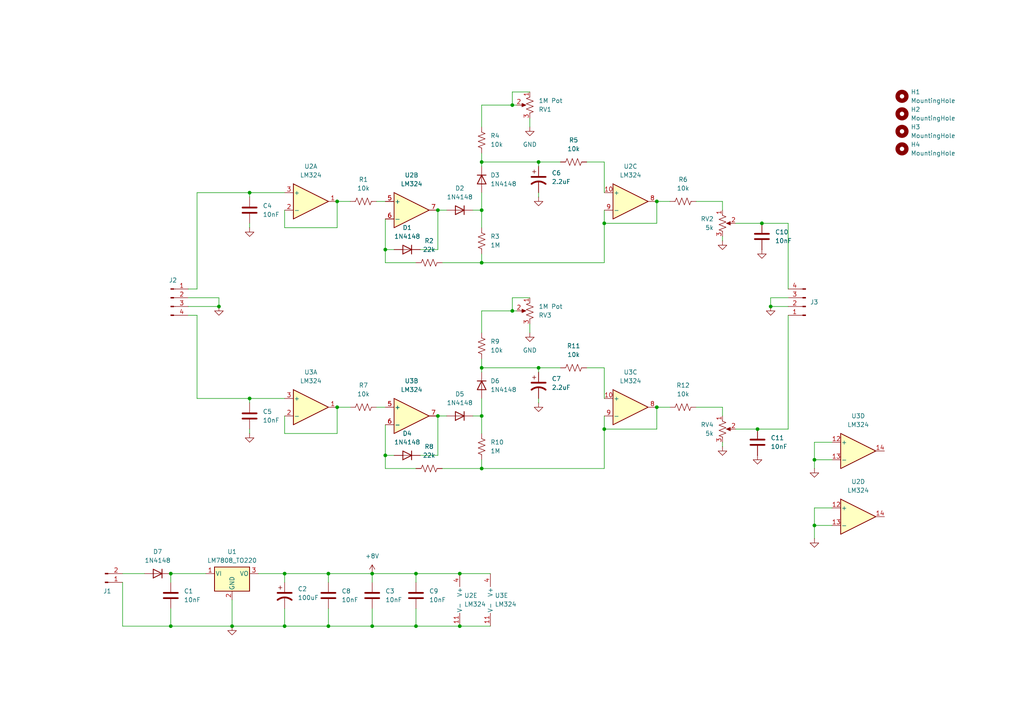
<source format=kicad_sch>
(kicad_sch (version 20250114) (generator "eeschema") (generator_version "9.0")
  (paper "A4")
  (lib_symbols
    (symbol "Amplifier_Operational:LM324" (pin_names (offset 0.127))
      (property "Reference" "U" (at 0 5.08 0))
      (property "Value" "LM324" (at 0 -5.08 0))
      (symbol "LM324_1_1"
        (polyline (pts (xy -5.08 5.08) (xy 5.08 0) (xy -5.08 -5.08) (xy -5.08 5.08)) (stroke (width 0.254)) (fill (type background)))
        (pin input line (at -7.62 2.54 0) (length 2.54) (name "+") (number "3"))
        (pin input line (at -7.62 -2.54 0) (length 2.54) (name "-") (number "2"))
        (pin output line (at 7.62 0 180) (length 2.54) (name "~") (number "1"))
      )
      (symbol "LM324_2_1"
        (polyline (pts (xy -5.08 5.08) (xy 5.08 0) (xy -5.08 -5.08) (xy -5.08 5.08)) (stroke (width 0.254)) (fill (type background)))
        (pin input line (at -7.62 2.54 0) (length 2.54) (name "+") (number "5"))
        (pin input line (at -7.62 -2.54 0) (length 2.54) (name "-") (number "6"))
        (pin output line (at 7.62 0 180) (length 2.54) (name "~") (number "7"))
      )
      (symbol "LM324_3_1"
        (polyline (pts (xy -5.08 5.08) (xy 5.08 0) (xy -5.08 -5.08) (xy -5.08 5.08)) (stroke (width 0.254)) (fill (type background)))
        (pin input line (at -7.62 2.54 0) (length 2.54) (name "+") (number "10"))
        (pin input line (at -7.62 -2.54 0) (length 2.54) (name "-") (number "9"))
        (pin output line (at 7.62 0 180) (length 2.54) (name "~") (number "8"))
      )
      (symbol "LM324_4_1"
        (polyline (pts (xy -5.08 5.08) (xy 5.08 0) (xy -5.08 -5.08) (xy -5.08 5.08)) (stroke (width 0.254)) (fill (type background)))
        (pin input line (at -7.62 2.54 0) (length 2.54) (name "+") (number "12"))
        (pin input line (at -7.62 -2.54 0) (length 2.54) (name "-") (number "13"))
        (pin output line (at 7.62 0 180) (length 2.54) (name "~") (number "14"))
      )
      (symbol "LM324_5_1"
        (pin power_in line (at -2.54 7.62 270) (length 3.81) (name "V+") (number "4"))
        (pin power_in line (at -2.54 -7.62 90) (length 3.81) (name "V-") (number "11"))
      )
    )
    (symbol "Connector:Conn_01x02_Pin" (pin_names (offset 1.016) (hide yes))
      (property "Reference" "J" (at 0 2.54 0))
      (property "Value" "Conn_01x02_Pin" (at 0 -5.08 0))
      (symbol "Conn_01x02_Pin_1_1"
        (rectangle (start 0.8636 0.127) (end 0 -0.127) (stroke (width 0.1524)) (fill (type outline)))
        (rectangle (start 0.8636 -2.413) (end 0 -2.667) (stroke (width 0.1524)) (fill (type outline)))
        (polyline (pts (xy 1.27 0) (xy 0.8636 0)) (stroke (width 0.1524)))
        (polyline (pts (xy 1.27 -2.54) (xy 0.8636 -2.54)) (stroke (width 0.1524)))
        (pin passive line (at 5.08 0 180) (length 3.81) (name "Pin_1") (number "1"))
        (pin passive line (at 5.08 -2.54 180) (length 3.81) (name "Pin_2") (number "2"))
      )
    )
    (symbol "Connector:Conn_01x04_Pin" (pin_names (offset 1.016) (hide yes))
      (property "Reference" "J" (at 0 5.08 0))
      (property "Value" "Conn_01x04_Pin" (at 0 -7.62 0))
      (symbol "Conn_01x04_Pin_1_1"
        (rectangle (start 0.8636 2.667) (end 0 2.413) (stroke (width 0.1524)) (fill (type outline)))
        (rectangle (start 0.8636 0.127) (end 0 -0.127) (stroke (width 0.1524)) (fill (type outline)))
        (rectangle (start 0.8636 -2.413) (end 0 -2.667) (stroke (width 0.1524)) (fill (type outline)))
        (rectangle (start 0.8636 -4.953) (end 0 -5.207) (stroke (width 0.1524)) (fill (type outline)))
        (polyline (pts (xy 1.27 2.54) (xy 0.8636 2.54)) (stroke (width 0.1524)))
        (polyline (pts (xy 1.27 0) (xy 0.8636 0)) (stroke (width 0.1524)))
        (polyline (pts (xy 1.27 -2.54) (xy 0.8636 -2.54)) (stroke (width 0.1524)))
        (polyline (pts (xy 1.27 -5.08) (xy 0.8636 -5.08)) (stroke (width 0.1524)))
        (pin passive line (at 5.08 2.54 180) (length 3.81) (name "Pin_1") (number "1"))
        (pin passive line (at 5.08 0 180) (length 3.81) (name "Pin_2") (number "2"))
        (pin passive line (at 5.08 -2.54 180) (length 3.81) (name "Pin_3") (number "3"))
        (pin passive line (at 5.08 -5.08 180) (length 3.81) (name "Pin_4") (number "4"))
      )
    )
    (symbol "Device:C" (pin_numbers (hide yes)) (pin_names (offset 0.254))
      (property "Reference" "C" (at 0.635 2.54 0))
      (property "Value" "C" (at 0.635 -2.54 0))
      (symbol "C_0_1"
        (polyline (pts (xy -2.032 0.762) (xy 2.032 0.762)) (stroke (width 0.508)))
        (polyline (pts (xy -2.032 -0.762) (xy 2.032 -0.762)) (stroke (width 0.508)))
      )
      (symbol "C_1_1"
        (pin passive line (at 0 3.81 270) (length 2.794) (name "~") (number "1"))
        (pin passive line (at 0 -3.81 90) (length 2.794) (name "~") (number "2"))
      )
    )
    (symbol "Device:C_Polarized_US" (pin_numbers (hide yes)) (pin_names (offset 0.254) (hide yes))
      (property "Reference" "C" (at 0.635 2.54 0))
      (property "Value" "C_Polarized_US" (at 0.635 -2.54 0))
      (symbol "C_Polarized_US_0_1"
        (polyline (pts (xy -2.032 0.762) (xy 2.032 0.762)) (stroke (width 0.508)))
        (polyline (pts (xy -1.778 2.286) (xy -0.762 2.286)))
        (polyline (pts (xy -1.27 1.778) (xy -1.27 2.794)))
        (arc (start -2.032 -1.27) (mid 0 -0.5572) (end 2.032 -1.27) (stroke (width 0.508)))
      )
      (symbol "C_Polarized_US_1_1"
        (pin passive line (at 0 3.81 270) (length 2.794) (name "~") (number "1"))
        (pin passive line (at 0 -3.81 90) (length 3.302) (name "~") (number "2"))
      )
    )
    (symbol "Device:R_Potentiometer_US" (pin_names (offset 1.016) (hide yes))
      (property "Reference" "RV" (at -4.445 0 90))
      (property "Value" "R_Potentiometer_US" (at -2.54 0 90))
      (symbol "R_Potentiometer_US_0_1"
        (polyline (pts (xy 0 2.54) (xy 0 2.286)))
        (polyline (pts (xy 0 2.286) (xy 1.016 1.905) (xy 0 1.524) (xy -1.016 1.143) (xy 0 0.762)))
        (polyline (pts (xy 0 0.762) (xy 1.016 0.381) (xy 0 0) (xy -1.016 -0.381) (xy 0 -0.762)))
        (polyline (pts (xy 0 -0.762) (xy 1.016 -1.143) (xy 0 -1.524) (xy -1.016 -1.905) (xy 0 -2.286)))
        (polyline (pts (xy 0 -2.286) (xy 0 -2.54)))
        (polyline (pts (xy 1.143 0) (xy 2.286 0.508) (xy 2.286 -0.508) (xy 1.143 0)) (fill (type outline)))
        (polyline (pts (xy 2.54 0) (xy 1.524 0)))
      )
      (symbol "R_Potentiometer_US_1_1"
        (pin passive line (at 0 3.81 270) (length 1.27) (name "1") (number "1"))
        (pin passive line (at 0 -3.81 90) (length 1.27) (name "3") (number "3"))
        (pin passive line (at 3.81 0 180) (length 1.27) (name "2") (number "2"))
      )
    )
    (symbol "Device:R_US" (pin_numbers (hide yes)) (pin_names (offset 0))
      (property "Reference" "R" (at 2.54 0 90))
      (property "Value" "R_US" (at -2.54 0 90))
      (symbol "R_US_0_1"
        (polyline (pts (xy 0 2.286) (xy 0 2.54)))
        (polyline (pts (xy 0 2.286) (xy 1.016 1.905) (xy 0 1.524) (xy -1.016 1.143) (xy 0 0.762)))
        (polyline (pts (xy 0 0.762) (xy 1.016 0.381) (xy 0 0) (xy -1.016 -0.381) (xy 0 -0.762)))
        (polyline (pts (xy 0 -0.762) (xy 1.016 -1.143) (xy 0 -1.524) (xy -1.016 -1.905) (xy 0 -2.286)))
        (polyline (pts (xy 0 -2.286) (xy 0 -2.54)))
      )
      (symbol "R_US_1_1"
        (pin passive line (at 0 3.81 270) (length 1.27) (name "~") (number "1"))
        (pin passive line (at 0 -3.81 90) (length 1.27) (name "~") (number "2"))
      )
    )
    (symbol "Diode:1N4148" (pin_numbers (hide yes)) (pin_names (hide yes))
      (property "Reference" "D" (at 0 2.54 0))
      (property "Value" "1N4148" (at 0 -2.54 0))
      (symbol "1N4148_0_1"
        (polyline (pts (xy -1.27 1.27) (xy -1.27 -1.27)) (stroke (width 0.254)))
        (polyline (pts (xy 1.27 1.27) (xy 1.27 -1.27) (xy -1.27 0) (xy 1.27 1.27)) (stroke (width 0.254)))
        (polyline (pts (xy 1.27 0) (xy -1.27 0)))
      )
      (symbol "1N4148_1_1"
        (pin passive line (at -3.81 0 0) (length 2.54) (name "K") (number "1"))
        (pin passive line (at 3.81 0 180) (length 2.54) (name "A") (number "2"))
      )
    )
    (symbol "Mechanical:MountingHole" (pin_names (offset 1.016)) (exclude_from_sim yes) (in_bom no)
      (property "Reference" "H" (at 0 5.08 0))
      (property "Value" "MountingHole" (at 0 3.175 0))
      (symbol "MountingHole_0_1"
        (circle (center 0 0) (radius 1.27) (stroke (width 1.27)))
      )
    )
    (symbol "Regulator_Linear:LM7808_TO220" (pin_names (offset 0.254))
      (property "Reference" "U" (at -3.81 3.175 0))
      (property "Value" "LM7808_TO220" (at 0 3.175 0))
      (symbol "LM7808_TO220_0_1"
        (rectangle (start -5.08 1.905) (end 5.08 -5.08) (stroke (width 0.254)) (fill (type background)))
      )
      (symbol "LM7808_TO220_1_1"
        (pin power_in line (at -7.62 0 0) (length 2.54) (name "VI") (number "1"))
        (pin power_in line (at 0 -7.62 90) (length 2.54) (name "GND") (number "2"))
        (pin power_out line (at 7.62 0 180) (length 2.54) (name "VO") (number "3"))
      )
    )
    (symbol "power:+8V" (power) (pin_numbers (hide yes)) (pin_names (offset 0) (hide yes))
      (property "Value" "+8V" (at 0 3.556 0))
      (symbol "+8V_0_1"
        (polyline (pts (xy -0.762 1.27) (xy 0 2.54)))
        (polyline (pts (xy 0 2.54) (xy 0.762 1.27)))
        (polyline (pts (xy 0 0) (xy 0 2.54)))
      )
      (symbol "+8V_1_1"
        (pin power_in line (at 0 0 90) (length 0) (name "~") (number "1"))
      )
    )
    (symbol "power:GND" (power) (pin_numbers (hide yes)) (pin_names (offset 0) (hide yes))
      (property "Value" "GND" (at 0 -3.81 0))
      (symbol "GND_0_1"
        (polyline (pts (xy 0 0) (xy 0 -1.27) (xy 1.27 -1.27) (xy 0 -2.54) (xy -1.27 -1.27) (xy 0 -1.27)))
      )
      (symbol "GND_1_1"
        (pin power_in line (at 0 0 270) (length 0) (name "~") (number "1"))
      )
    )
  )
  (junction (at 139.7 120.65))
  (junction (at 175.26 124.46))
  (junction (at 219.71 124.46))
  (junction (at 190.5 118.11))
  (junction (at 236.22 152.4))
  (junction (at 67.31 181.61))
  (junction (at 97.79 118.11))
  (junction (at 148.59 90.17))
  (junction (at 139.7 106.68))
  (junction (at 95.25 166.37))
  (junction (at 82.55 166.37))
  (junction (at 220.98 64.77))
  (junction (at 139.7 46.99))
  (junction (at 72.39 115.57))
  (junction (at 63.5 88.9))
  (junction (at 133.35 181.61))
  (junction (at 72.39 55.88))
  (junction (at 223.52 88.9))
  (junction (at 111.76 132.08))
  (junction (at 127 120.65))
  (junction (at 139.7 60.96))
  (junction (at 236.22 133.35))
  (junction (at 82.55 181.61))
  (junction (at 190.5 58.42))
  (junction (at 111.76 72.39))
  (junction (at 139.7 76.2))
  (junction (at 175.26 64.77))
  (junction (at 49.53 166.37))
  (junction (at 107.95 166.37))
  (junction (at 156.21 46.99))
  (junction (at 127 60.96))
  (junction (at 120.65 166.37))
  (junction (at 139.7 135.89))
  (junction (at 97.79 58.42))
  (junction (at 49.53 181.61))
  (junction (at 120.65 181.61))
  (junction (at 148.59 30.48))
  (junction (at 156.21 106.68))
  (junction (at 107.95 181.61))
  (junction (at 95.25 181.61))
  (junction (at 133.35 166.37))
  (wire (pts (xy 175.26 64.77) (xy 190.5 64.77)))
  (wire (pts (xy 120.65 166.37) (xy 120.65 168.91)))
  (wire (pts (xy 82.55 176.53) (xy 82.55 181.61)))
  (wire (pts (xy 67.31 181.61) (xy 67.31 173.99)))
  (wire (pts (xy 139.7 30.48) (xy 139.7 36.83)))
  (wire (pts (xy 57.15 55.88) (xy 57.15 83.82)))
  (wire (pts (xy 139.7 125.73) (xy 139.7 120.65)))
  (wire (pts (xy 133.35 166.37) (xy 142.24 166.37)))
  (wire (pts (xy 241.3 128.27) (xy 236.22 128.27)))
  (wire (pts (xy 72.39 66.04) (xy 72.39 64.77)))
  (wire (pts (xy 127 120.65) (xy 127 132.08)))
  (wire (pts (xy 111.76 123.19) (xy 111.76 132.08)))
  (wire (pts (xy 35.56 166.37) (xy 41.91 166.37)))
  (wire (pts (xy 95.25 166.37) (xy 107.95 166.37)))
  (wire (pts (xy 95.25 181.61) (xy 82.55 181.61)))
  (wire (pts (xy 111.76 72.39) (xy 111.76 76.2)))
  (wire (pts (xy 175.26 55.88) (xy 175.26 46.99)))
  (wire (pts (xy 175.26 124.46) (xy 175.26 120.65)))
  (wire (pts (xy 74.93 166.37) (xy 82.55 166.37)))
  (wire (pts (xy 149.86 90.17) (xy 148.59 90.17)))
  (wire (pts (xy 107.95 181.61) (xy 95.25 181.61)))
  (wire (pts (xy 95.25 166.37) (xy 95.25 168.91)))
  (wire (pts (xy 209.55 60.96) (xy 209.55 58.42)))
  (wire (pts (xy 213.36 64.77) (xy 220.98 64.77)))
  (wire (pts (xy 190.5 58.42) (xy 190.5 64.77)))
  (wire (pts (xy 72.39 125.73) (xy 72.39 124.46)))
  (wire (pts (xy 109.22 118.11) (xy 111.76 118.11)))
  (wire (pts (xy 148.59 30.48) (xy 149.86 30.48)))
  (wire (pts (xy 190.5 118.11) (xy 190.5 124.46)))
  (wire (pts (xy 127 60.96) (xy 127 72.39)))
  (wire (pts (xy 175.26 135.89) (xy 175.26 124.46)))
  (wire (pts (xy 139.7 135.89) (xy 175.26 135.89)))
  (wire (pts (xy 194.31 58.42) (xy 190.5 58.42)))
  (wire (pts (xy 139.7 55.88) (xy 139.7 60.96)))
  (wire (pts (xy 236.22 152.4) (xy 241.3 152.4)))
  (wire (pts (xy 57.15 115.57) (xy 72.39 115.57)))
  (wire (pts (xy 49.53 176.53) (xy 49.53 181.61)))
  (wire (pts (xy 82.55 125.73) (xy 82.55 120.65)))
  (wire (pts (xy 219.71 124.46) (xy 228.6 124.46)))
  (wire (pts (xy 241.3 147.32) (xy 236.22 147.32)))
  (wire (pts (xy 209.55 118.11) (xy 201.93 118.11)))
  (wire (pts (xy 220.98 64.77) (xy 228.6 64.77)))
  (wire (pts (xy 95.25 176.53) (xy 95.25 181.61)))
  (wire (pts (xy 236.22 133.35) (xy 236.22 135.89)))
  (wire (pts (xy 209.55 120.65) (xy 209.55 118.11)))
  (wire (pts (xy 139.7 106.68) (xy 139.7 107.95)))
  (wire (pts (xy 63.5 86.36) (xy 63.5 88.9)))
  (wire (pts (xy 175.26 64.77) (xy 175.26 60.96)))
  (wire (pts (xy 97.79 118.11) (xy 101.6 118.11)))
  (wire (pts (xy 35.56 181.61) (xy 49.53 181.61)))
  (wire (pts (xy 72.39 55.88) (xy 72.39 57.15)))
  (wire (pts (xy 97.79 125.73) (xy 82.55 125.73)))
  (wire (pts (xy 111.76 132.08) (xy 111.76 135.89)))
  (wire (pts (xy 111.76 63.5) (xy 111.76 72.39)))
  (wire (pts (xy 107.95 166.37) (xy 107.95 168.91)))
  (wire (pts (xy 35.56 168.91) (xy 35.56 181.61)))
  (wire (pts (xy 139.7 73.66) (xy 139.7 76.2)))
  (wire (pts (xy 148.59 86.36) (xy 148.59 90.17)))
  (wire (pts (xy 223.52 88.9) (xy 228.6 88.9)))
  (wire (pts (xy 223.52 86.36) (xy 223.52 88.9)))
  (wire (pts (xy 209.55 129.54) (xy 209.55 128.27)))
  (wire (pts (xy 49.53 166.37) (xy 59.69 166.37)))
  (wire (pts (xy 213.36 124.46) (xy 219.71 124.46)))
  (wire (pts (xy 156.21 46.99) (xy 156.21 48.26)))
  (wire (pts (xy 148.59 30.48) (xy 139.7 30.48)))
  (wire (pts (xy 139.7 60.96) (xy 137.16 60.96)))
  (wire (pts (xy 111.76 72.39) (xy 114.3 72.39)))
  (wire (pts (xy 57.15 91.44) (xy 57.15 115.57)))
  (wire (pts (xy 120.65 181.61) (xy 133.35 181.61)))
  (wire (pts (xy 175.26 106.68) (xy 170.18 106.68)))
  (wire (pts (xy 139.7 90.17) (xy 139.7 96.52)))
  (wire (pts (xy 139.7 44.45) (xy 139.7 46.99)))
  (wire (pts (xy 148.59 90.17) (xy 139.7 90.17)))
  (wire (pts (xy 236.22 152.4) (xy 236.22 156.21)))
  (wire (pts (xy 175.26 115.57) (xy 175.26 106.68)))
  (wire (pts (xy 82.55 66.04) (xy 82.55 60.96)))
  (wire (pts (xy 54.61 86.36) (xy 63.5 86.36)))
  (wire (pts (xy 228.6 91.44) (xy 228.6 124.46)))
  (wire (pts (xy 57.15 83.82) (xy 54.61 83.82)))
  (wire (pts (xy 111.76 135.89) (xy 120.65 135.89)))
  (wire (pts (xy 236.22 133.35) (xy 241.3 133.35)))
  (wire (pts (xy 127 132.08) (xy 121.92 132.08)))
  (wire (pts (xy 139.7 115.57) (xy 139.7 120.65)))
  (wire (pts (xy 133.35 181.61) (xy 142.24 181.61)))
  (wire (pts (xy 156.21 106.68) (xy 156.21 107.95)))
  (wire (pts (xy 97.79 66.04) (xy 82.55 66.04)))
  (wire (pts (xy 120.65 166.37) (xy 133.35 166.37)))
  (wire (pts (xy 139.7 76.2) (xy 175.26 76.2)))
  (wire (pts (xy 127 60.96) (xy 129.54 60.96)))
  (wire (pts (xy 148.59 26.67) (xy 148.59 30.48)))
  (wire (pts (xy 49.53 166.37) (xy 49.53 168.91)))
  (wire (pts (xy 139.7 104.14) (xy 139.7 106.68)))
  (wire (pts (xy 139.7 133.35) (xy 139.7 135.89)))
  (wire (pts (xy 72.39 115.57) (xy 72.39 116.84)))
  (wire (pts (xy 156.21 106.68) (xy 162.56 106.68)))
  (wire (pts (xy 194.31 118.11) (xy 190.5 118.11)))
  (wire (pts (xy 228.6 64.77) (xy 228.6 83.82)))
  (wire (pts (xy 111.76 132.08) (xy 114.3 132.08)))
  (wire (pts (xy 139.7 135.89) (xy 128.27 135.89)))
  (wire (pts (xy 109.22 58.42) (xy 111.76 58.42)))
  (wire (pts (xy 82.55 115.57) (xy 72.39 115.57)))
  (wire (pts (xy 107.95 181.61) (xy 120.65 181.61)))
  (wire (pts (xy 97.79 118.11) (xy 97.79 125.73)))
  (wire (pts (xy 54.61 91.44) (xy 57.15 91.44)))
  (wire (pts (xy 175.26 76.2) (xy 175.26 64.77)))
  (wire (pts (xy 82.55 55.88) (xy 72.39 55.88)))
  (wire (pts (xy 54.61 88.9) (xy 63.5 88.9)))
  (wire (pts (xy 209.55 69.85) (xy 209.55 68.58)))
  (wire (pts (xy 139.7 66.04) (xy 139.7 60.96)))
  (wire (pts (xy 127 72.39) (xy 121.92 72.39)))
  (wire (pts (xy 153.67 86.36) (xy 148.59 86.36)))
  (wire (pts (xy 139.7 76.2) (xy 128.27 76.2)))
  (wire (pts (xy 120.65 176.53) (xy 120.65 181.61)))
  (wire (pts (xy 153.67 34.29) (xy 153.67 36.83)))
  (wire (pts (xy 72.39 55.88) (xy 57.15 55.88)))
  (wire (pts (xy 49.53 181.61) (xy 67.31 181.61)))
  (wire (pts (xy 236.22 128.27) (xy 236.22 133.35)))
  (wire (pts (xy 175.26 124.46) (xy 190.5 124.46)))
  (wire (pts (xy 111.76 76.2) (xy 120.65 76.2)))
  (wire (pts (xy 82.55 166.37) (xy 95.25 166.37)))
  (wire (pts (xy 82.55 166.37) (xy 82.55 168.91)))
  (wire (pts (xy 175.26 46.99) (xy 170.18 46.99)))
  (wire (pts (xy 148.59 26.67) (xy 153.67 26.67)))
  (wire (pts (xy 209.55 58.42) (xy 201.93 58.42)))
  (wire (pts (xy 139.7 120.65) (xy 137.16 120.65)))
  (wire (pts (xy 127 120.65) (xy 129.54 120.65)))
  (wire (pts (xy 107.95 166.37) (xy 120.65 166.37)))
  (wire (pts (xy 139.7 106.68) (xy 156.21 106.68)))
  (wire (pts (xy 139.7 46.99) (xy 139.7 48.26)))
  (wire (pts (xy 153.67 93.98) (xy 153.67 96.52)))
  (wire (pts (xy 107.95 176.53) (xy 107.95 181.61)))
  (wire (pts (xy 139.7 46.99) (xy 156.21 46.99)))
  (wire (pts (xy 156.21 115.57) (xy 156.21 116.84)))
  (wire (pts (xy 97.79 58.42) (xy 97.79 66.04)))
  (wire (pts (xy 97.79 58.42) (xy 101.6 58.42)))
  (wire (pts (xy 156.21 46.99) (xy 162.56 46.99)))
  (wire (pts (xy 82.55 181.61) (xy 67.31 181.61)))
  (wire (pts (xy 228.6 86.36) (xy 223.52 86.36)))
  (wire (pts (xy 156.21 55.88) (xy 156.21 57.15)))
  (wire (pts (xy 236.22 147.32) (xy 236.22 152.4)))
  (symbol (lib_id "Device:R_US") (at 166.37 46.99 270) (unit 1)
    (property "Reference" "R5" (at 166.37 40.64 90))
    (property "Value" "10k" (at 166.37 43.18 90))
    (property "Footprint" "Resistor_SMD:R_0805_2012Metric" (effects (hide yes)))
    (property "Description" "Resistor, US symbol" (effects (hide yes)))
    (property "Digikey" "311-10KARCT-ND" (effects (hide yes)))
  )
  (symbol (lib_id "Regulator_Linear:LM7808_TO220") (at 67.31 166.37 0) (unit 1)
    (property "Reference" "U1" (at 67.31 160.02 0))
    (property "Value" "LM7808_TO220" (at 67.31 162.56 0))
    (property "Footprint" "Package_TO_SOT_SMD:TO-252-3_TabPin2" (effects (hide yes)))
    (property "Datasheet" "https://www.onsemi.cn/PowerSolutions/document/MC7800-D.PDF" (effects (hide yes)))
    (property "Description" "Positive 1A 35V Linear Regulator, Fixed Output 8V, TO-220" (effects (hide yes)))
    (property "Digikey" "BA7808FP-E2TR-ND " (effects (hide yes)))
  )
  (symbol (lib_id "Amplifier_Operational:LM324") (at 135.89 173.99 0) (unit 5)
    (property "Reference" "U2" (at 134.62 172.7199 0) (effects (justify left)))
    (property "Value" "LM324" (at 134.62 175.2599 0) (effects (justify left)))
    (property "Footprint" "Package_SO:SOIC-14_3.9x8.7mm_P1.27mm" (effects (hide yes)))
    (property "Datasheet" "http://www.ti.com/lit/ds/symlink/lm2902-n.pdf" (effects (hide yes)))
    (property "Description" "Low-Power, Quad-Operational Amplifiers, DIP-14/SOIC-14/SSOP-14" (effects (hide yes)))
    (property "Digikey" "296-14597-2-ND" (effects (hide yes)))
  )
  (symbol (lib_id "Device:R_Potentiometer_US") (at 153.67 30.48 0) (mirror y) (unit 1)
    (property "Reference" "RV1" (at 156.21 31.7501 0) (effects (justify right)))
    (property "Value" "1M Pot" (at 156.21 29.2101 0) (effects (justify right)))
    (property "Footprint" "Potentiometer_THT:Potentiometer_Bourns_3339W_Horizontal" (effects (hide yes)))
    (property "Description" "Potentiometer, US symbol" (effects (hide yes)))
    (property "Label" "FWD Decay" (effects (hide yes)))
    (property "Digikey" "3386H-1-105LF" (effects (hide yes)))
  )
  (symbol (lib_id "Device:R_US") (at 139.7 100.33 180) (unit 1)
    (property "Reference" "R9" (at 142.24 99.0599 0) (effects (justify right)))
    (property "Value" "10k" (at 142.24 101.5999 0) (effects (justify right)))
    (property "Footprint" "Resistor_SMD:R_0805_2012Metric" (effects (hide yes)))
    (property "Description" "Resistor, US symbol" (effects (hide yes)))
    (property "Digikey" "311-10KARCT-ND" (effects (hide yes)))
  )
  (symbol (lib_id "Device:R_Potentiometer_US") (at 209.55 64.77 0) (unit 1)
    (property "Reference" "RV2" (at 207.01 63.4999 0) (effects (justify right)))
    (property "Value" "5k" (at 207.01 66.0399 0) (effects (justify right)))
    (property "Footprint" "Potentiometer_THT:Potentiometer_Bourns_3339W_Horizontal" (effects (hide yes)))
    (property "Description" "Potentiometer, US symbol" (effects (hide yes)))
    (property "Label" "FWD Cal." (effects (hide yes)))
    (property "Digikey" "3386H-502LF-ND" (effects (hide yes)))
  )
  (symbol (lib_id "Amplifier_Operational:LM324") (at 248.92 130.81 0) (unit 4)
    (property "Reference" "U3" (at 248.92 120.65 0))
    (property "Value" "LM324" (at 248.92 123.19 0))
    (property "Footprint" "Package_SO:SOIC-14_3.9x8.7mm_P1.27mm" (effects (hide yes)))
    (property "Datasheet" "http://www.ti.com/lit/ds/symlink/lm2902-n.pdf" (effects (hide yes)))
    (property "Description" "Low-Power, Quad-Operational Amplifiers, DIP-14/SOIC-14/SSOP-14" (effects (hide yes)))
    (property "Digikey" "296-14597-2-ND" (effects (hide yes)))
  )
  (symbol (lib_id "Connector:Conn_01x04_Pin") (at 49.53 86.36 0) (unit 1)
    (property "Reference" "J2" (at 50.165 81.28 0))
    (property "Value" "Conn_01x04_Pin" (effects (hide yes)))
    (property "Footprint" "Connector_PinHeader_2.54mm:PinHeader_1x04_P2.54mm_Horizontal" (effects (hide yes)))
    (property "Description" "Generic connector, single row, 01x04, script generated" (effects (hide yes)))
    (property "Digikey" "WM4302-ND, WM2002-ND, WM2200-ND" (effects (hide yes)))
  )
  (symbol (lib_id "Device:R_US") (at 198.12 118.11 270) (unit 1)
    (property "Reference" "R12" (at 198.12 111.76 90))
    (property "Value" "10k" (at 198.12 114.3 90))
    (property "Footprint" "Resistor_SMD:R_0805_2012Metric" (effects (hide yes)))
    (property "Description" "Resistor, US symbol" (effects (hide yes)))
    (property "Digikey" "311-10KARCT-ND" (effects (hide yes)))
  )
  (symbol (lib_id "Device:C") (at 72.39 120.65 0) (unit 1)
    (property "Reference" "C5" (at 76.2 119.3799 0) (effects (justify left)))
    (property "Value" "10nF" (at 76.2 121.9199 0) (effects (justify left)))
    (property "Footprint" "Capacitor_SMD:C_0805_2012Metric" (effects (hide yes)))
    (property "Description" "Unpolarized capacitor" (effects (hide yes)))
    (property "Digikey" "399-1158-1-ND" (effects (hide yes)))
  )
  (symbol (lib_id "Mechanical:MountingHole") (at 261.62 43.18 0) (unit 1) (exclude_from_sim yes) (in_bom no)
    (property "Reference" "H4" (at 264.16 41.9099 0) (effects (justify left)))
    (property "Value" "MountingHole" (at 264.16 44.4499 0) (effects (justify left)))
    (property "Footprint" "MountingHole:MountingHole_2.7mm_M2.5" (effects (hide yes)))
    (property "Description" "Mounting Hole without connection" (effects (hide yes)))
  )
  (symbol (lib_id "Device:R_US") (at 139.7 129.54 180) (unit 1)
    (property "Reference" "R10" (at 142.24 128.2699 0) (effects (justify right)))
    (property "Value" "1M" (at 142.24 130.8099 0) (effects (justify right)))
    (property "Footprint" "Resistor_SMD:R_0805_2012Metric" (effects (hide yes)))
    (property "Description" "Resistor, US symbol" (effects (hide yes)))
    (property "Digikey" "311-1.0MARCT-ND" (effects (hide yes)))
  )
  (symbol (lib_id "Device:C") (at 95.25 172.72 0) (unit 1)
    (property "Reference" "C8" (at 99.06 171.4499 0) (effects (justify left)))
    (property "Value" "10nF" (at 99.06 173.9899 0) (effects (justify left)))
    (property "Footprint" "Capacitor_SMD:C_0805_2012Metric" (effects (hide yes)))
    (property "Description" "Unpolarized capacitor" (effects (hide yes)))
    (property "Digikey" "399-1158-1-ND" (effects (hide yes)))
  )
  (symbol (lib_id "Device:R_US") (at 198.12 58.42 270) (unit 1)
    (property "Reference" "R6" (at 198.12 52.07 90))
    (property "Value" "10k" (at 198.12 54.61 90))
    (property "Footprint" "Resistor_SMD:R_0805_2012Metric" (effects (hide yes)))
    (property "Description" "Resistor, US symbol" (effects (hide yes)))
    (property "Digikey" "311-10KARCT-ND" (effects (hide yes)))
  )
  (symbol (lib_id "Mechanical:MountingHole") (at 261.62 38.1 0) (unit 1) (exclude_from_sim yes) (in_bom no)
    (property "Reference" "H3" (at 264.16 36.8299 0) (effects (justify left)))
    (property "Value" "MountingHole" (at 264.16 39.3699 0) (effects (justify left)))
    (property "Footprint" "MountingHole:MountingHole_2.7mm_M2.5" (effects (hide yes)))
    (property "Description" "Mounting Hole without connection" (effects (hide yes)))
  )
  (symbol (lib_id "Amplifier_Operational:LM324") (at 90.17 58.42 0) (unit 1)
    (property "Reference" "U2" (at 90.17 48.26 0))
    (property "Value" "LM324" (at 90.17 50.8 0))
    (property "Footprint" "Package_SO:SOIC-14_3.9x8.7mm_P1.27mm" (effects (hide yes)))
    (property "Datasheet" "http://www.ti.com/lit/ds/symlink/lm2902-n.pdf" (effects (hide yes)))
    (property "Description" "Low-Power, Quad-Operational Amplifiers, DIP-14/SOIC-14/SSOP-14" (effects (hide yes)))
    (property "Digikey" "296-14597-2-ND" (effects (hide yes)))
  )
  (symbol (lib_id "Device:C_Polarized_US") (at 156.21 111.76 0) (unit 1)
    (property "Reference" "C7" (at 160.02 109.8549 0) (effects (justify left)))
    (property "Value" "2.2uF" (at 160.02 112.3949 0) (effects (justify left)))
    (property "Footprint" "Capacitor_SMD:C_0805_2012Metric" (effects (hide yes)))
    (property "Description" "Polarized capacitor, US symbol" (effects (hide yes)))
    (property "Digikey" "445-1420-2-ND " (effects (hide yes)))
  )
  (symbol (lib_id "Mechanical:MountingHole") (at 261.62 27.94 0) (unit 1) (exclude_from_sim yes) (in_bom no)
    (property "Reference" "H1" (at 264.16 26.6699 0) (effects (justify left)))
    (property "Value" "MountingHole" (at 264.16 29.2099 0) (effects (justify left)))
    (property "Footprint" "MountingHole:MountingHole_2.7mm_M2.5" (effects (hide yes)))
    (property "Description" "Mounting Hole without connection" (effects (hide yes)))
  )
  (symbol (lib_id "Mechanical:MountingHole") (at 261.62 33.02 0) (unit 1) (exclude_from_sim yes) (in_bom no)
    (property "Reference" "H2" (at 264.16 31.7499 0) (effects (justify left)))
    (property "Value" "MountingHole" (at 264.16 34.2899 0) (effects (justify left)))
    (property "Footprint" "MountingHole:MountingHole_2.7mm_M2.5" (effects (hide yes)))
    (property "Description" "Mounting Hole without connection" (effects (hide yes)))
  )
  (symbol (lib_id "Device:R_Potentiometer_US") (at 153.67 90.17 0) (mirror y) (unit 1)
    (property "Reference" "RV3" (at 156.21 91.4401 0) (effects (justify right)))
    (property "Value" "1M Pot" (at 156.21 88.9001 0) (effects (justify right)))
    (property "Footprint" "Potentiometer_THT:Potentiometer_Bourns_3339W_Horizontal" (effects (hide yes)))
    (property "Description" "Potentiometer, US symbol" (effects (hide yes)))
    (property "Label" "REF Decay" (effects (hide yes)))
    (property "Digikey" "3386H-1-105LF" (effects (hide yes)))
  )
  (symbol (lib_id "Device:C") (at 49.53 172.72 0) (unit 1)
    (property "Reference" "C1" (at 53.34 171.4499 0) (effects (justify left)))
    (property "Value" "10nF" (at 53.34 173.9899 0) (effects (justify left)))
    (property "Footprint" "Capacitor_SMD:C_0805_2012Metric" (effects (hide yes)))
    (property "Description" "Unpolarized capacitor" (effects (hide yes)))
    (property "Digikey" "399-1158-1-ND" (effects (hide yes)))
  )
  (symbol (lib_id "Connector:Conn_01x04_Pin") (at 233.68 88.9 180) (unit 1)
    (property "Reference" "J3" (at 234.95 87.6299 0) (effects (justify right)))
    (property "Value" "Conn_01x04_Pin" (effects (hide yes)))
    (property "Footprint" "Connector_PinHeader_2.54mm:PinHeader_1x04_P2.54mm_Horizontal" (effects (hide yes)))
    (property "Description" "Generic connector, single row, 01x04, script generated" (effects (hide yes)))
    (property "Digikey" "WM4302-ND, WM2002-ND, WM2200-ND" (effects (hide yes)))
  )
  (symbol (lib_id "Device:R_Potentiometer_US") (at 209.55 124.46 0) (unit 1)
    (property "Reference" "RV4" (at 207.01 123.1899 0) (effects (justify right)))
    (property "Value" "5k" (at 207.01 125.7299 0) (effects (justify right)))
    (property "Footprint" "Potentiometer_THT:Potentiometer_Bourns_3339W_Horizontal" (effects (hide yes)))
    (property "Description" "Potentiometer, US symbol" (effects (hide yes)))
    (property "Label" "REF Cal." (effects (hide yes)))
    (property "Digikey" "3386H-502LF-ND" (effects (hide yes)))
  )
  (symbol (lib_id "power:+8V") (at 107.95 166.37 0) (unit 1)
    (property "Reference" "#PWR02" (effects (hide yes)))
    (property "Value" "+8V" (at 107.95 161.29 0))
    (property "Description" "Power symbol creates a global label with name \"+8V\"" (effects (hide yes)))
  )
  (symbol (lib_id "Diode:1N4148") (at 139.7 111.76 270) (unit 1)
    (property "Reference" "D6" (at 142.24 110.4899 90) (effects (justify left)))
    (property "Value" "1N4148" (at 142.24 113.0299 90) (effects (justify left)))
    (property "Footprint" "Diode_SMD:D_SOD-123" (effects (hide yes)))
    (property "Datasheet" "https://assets.nexperia.com/documents/data-sheet/1N4148_1N4448.pdf" (effects (hide yes)))
    (property "Description" "100V 0.15A standard switching diode, DO-35" (effects (hide yes)))
    (property "Sim.Device" "D" (effects (hide yes)))
    (property "Sim.Pins" "1=K 2=A" (effects (hide yes)))
    (property "Digikey" "1N4148W-FDITR-ND" (effects (hide yes)))
  )
  (symbol (lib_id "Amplifier_Operational:LM324") (at 90.17 118.11 0) (unit 1)
    (property "Reference" "U3" (at 90.17 107.95 0))
    (property "Value" "LM324" (at 90.17 110.49 0))
    (property "Footprint" "Package_SO:SOIC-14_3.9x8.7mm_P1.27mm" (effects (hide yes)))
    (property "Datasheet" "http://www.ti.com/lit/ds/symlink/lm2902-n.pdf" (effects (hide yes)))
    (property "Description" "Low-Power, Quad-Operational Amplifiers, DIP-14/SOIC-14/SSOP-14" (effects (hide yes)))
    (property "Digikey" "296-14597-2-ND" (effects (hide yes)))
  )
  (symbol (lib_id "Amplifier_Operational:LM324") (at 182.88 118.11 0) (unit 3)
    (property "Reference" "U3" (at 182.88 107.95 0))
    (property "Value" "LM324" (at 182.88 110.49 0))
    (property "Footprint" "Package_SO:SOIC-14_3.9x8.7mm_P1.27mm" (effects (hide yes)))
    (property "Datasheet" "http://www.ti.com/lit/ds/symlink/lm2902-n.pdf" (effects (hide yes)))
    (property "Description" "Low-Power, Quad-Operational Amplifiers, DIP-14/SOIC-14/SSOP-14" (effects (hide yes)))
    (property "Digikey" "296-14597-2-ND" (effects (hide yes)))
  )
  (symbol (lib_id "power:GND") (at 209.55 69.85 0) (unit 1)
    (property "Reference" "#PWR06" (effects (hide yes)))
    (property "Value" "GND" (effects (hide yes)))
    (property "Description" "Power symbol creates a global label with name \"GND\" , ground" (effects (hide yes)))
  )
  (symbol (lib_id "Device:C") (at 219.71 128.27 0) (unit 1)
    (property "Reference" "C11" (at 223.52 126.9999 0) (effects (justify left)))
    (property "Value" "10nF" (at 223.52 129.5399 0) (effects (justify left)))
    (property "Footprint" "Capacitor_SMD:C_0805_2012Metric" (effects (hide yes)))
    (property "Description" "Unpolarized capacitor" (effects (hide yes)))
    (property "Digikey" "399-1158-1-ND" (effects (hide yes)))
  )
  (symbol (lib_id "Device:C_Polarized_US") (at 156.21 52.07 0) (unit 1)
    (property "Reference" "C6" (at 160.02 50.1649 0) (effects (justify left)))
    (property "Value" "2.2uF" (at 160.02 52.7049 0) (effects (justify left)))
    (property "Footprint" "Capacitor_SMD:C_0805_2012Metric" (effects (hide yes)))
    (property "Description" "Polarized capacitor, US symbol" (effects (hide yes)))
    (property "Digikey" "445-1420-2-ND " (effects (hide yes)))
  )
  (symbol (lib_id "power:GND") (at 72.39 125.73 0) (unit 1)
    (property "Reference" "#PWR08" (effects (hide yes)))
    (property "Value" "GND" (effects (hide yes)))
    (property "Description" "Power symbol creates a global label with name \"GND\" , ground" (effects (hide yes)))
  )
  (symbol (lib_id "Connector:Conn_01x02_Pin") (at 30.48 168.91 0) (mirror x) (unit 1)
    (property "Reference" "J1" (at 31.115 171.45 0))
    (property "Value" "Conn_01x02_Pin" (effects (hide yes)))
    (property "Footprint" "Connector_PinHeader_2.54mm:PinHeader_1x02_P2.54mm_Horizontal" (effects (hide yes)))
    (property "Description" "Generic connector, single row, 01x02, script generated" (effects (hide yes)))
    (property "Digikey" "WM4300-ND, WM2000-ND, WM2200-ND" (effects (hide yes)))
  )
  (symbol (lib_id "Device:R_US") (at 124.46 76.2 90) (unit 1)
    (property "Reference" "R2" (at 124.46 69.85 90))
    (property "Value" "22k" (at 124.46 72.39 90))
    (property "Footprint" "Resistor_SMD:R_0805_2012Metric" (effects (hide yes)))
    (property "Description" "Resistor, US symbol" (effects (hide yes)))
    (property "Field5" "Digikey 311-22KARCT-ND 0 0 Center Center 0 0  " (effects (hide yes)))
    (property "Digikey" "311-22KARCT-ND" (effects (hide yes)))
  )
  (symbol (lib_id "Amplifier_Operational:LM324") (at 248.92 149.86 0) (unit 4)
    (property "Reference" "U2" (at 248.92 139.7 0))
    (property "Value" "LM324" (at 248.92 142.24 0))
    (property "Footprint" "Package_SO:SOIC-14_3.9x8.7mm_P1.27mm" (effects (hide yes)))
    (property "Datasheet" "http://www.ti.com/lit/ds/symlink/lm2902-n.pdf" (effects (hide yes)))
    (property "Description" "Low-Power, Quad-Operational Amplifiers, DIP-14/SOIC-14/SSOP-14" (effects (hide yes)))
    (property "Digikey" "296-14597-2-ND" (effects (hide yes)))
  )
  (symbol (lib_id "power:GND") (at 236.22 135.89 0) (unit 1)
    (property "Reference" "#PWR012" (effects (hide yes)))
    (property "Value" "GND" (effects (hide yes)))
    (property "Description" "Power symbol creates a global label with name \"GND\" , ground" (effects (hide yes)))
  )
  (symbol (lib_id "power:GND") (at 156.21 57.15 0) (unit 1)
    (property "Reference" "#PWR05" (effects (hide yes)))
    (property "Value" "GND" (effects (hide yes)))
    (property "Description" "Power symbol creates a global label with name \"GND\" , ground" (effects (hide yes)))
  )
  (symbol (lib_id "Diode:1N4148") (at 139.7 52.07 270) (unit 1)
    (property "Reference" "D3" (at 142.24 50.7999 90) (effects (justify left)))
    (property "Value" "1N4148" (at 142.24 53.3399 90) (effects (justify left)))
    (property "Footprint" "Diode_SMD:D_SOD-123" (effects (hide yes)))
    (property "Datasheet" "https://assets.nexperia.com/documents/data-sheet/1N4148_1N4448.pdf" (effects (hide yes)))
    (property "Description" "100V 0.15A standard switching diode, DO-35" (effects (hide yes)))
    (property "Sim.Device" "D" (effects (hide yes)))
    (property "Sim.Pins" "1=K 2=A" (effects (hide yes)))
    (property "Digikey" "1N4148W-FDITR-ND" (effects (hide yes)))
  )
  (symbol (lib_id "power:GND") (at 223.52 88.9 0) (unit 1)
    (property "Reference" "#PWR014" (effects (hide yes)))
    (property "Value" "GND" (effects (hide yes)))
    (property "Description" "Power symbol creates a global label with name \"GND\" , ground" (effects (hide yes)))
  )
  (symbol (lib_id "Device:R_US") (at 105.41 58.42 90) (unit 1)
    (property "Reference" "R1" (at 105.41 52.07 90))
    (property "Value" "10k" (at 105.41 54.61 90))
    (property "Footprint" "Resistor_SMD:R_0805_2012Metric" (effects (hide yes)))
    (property "Description" "Resistor, US symbol" (effects (hide yes)))
    (property "Digikey" "311-10KARCT-ND" (effects (hide yes)))
  )
  (symbol (lib_id "Device:R_US") (at 166.37 106.68 270) (unit 1)
    (property "Reference" "R11" (at 166.37 100.33 90))
    (property "Value" "10k" (at 166.37 102.87 90))
    (property "Footprint" "Resistor_SMD:R_0805_2012Metric" (effects (hide yes)))
    (property "Description" "Resistor, US symbol" (effects (hide yes)))
    (property "Digikey" "311-10KARCT-ND" (effects (hide yes)))
  )
  (symbol (lib_id "Diode:1N4148") (at 45.72 166.37 180) (unit 1)
    (property "Reference" "D7" (at 45.72 160.02 0))
    (property "Value" "1N4148" (at 45.72 162.56 0))
    (property "Footprint" "Diode_SMD:D_SOD-123" (effects (hide yes)))
    (property "Datasheet" "https://assets.nexperia.com/documents/data-sheet/1N4148_1N4448.pdf" (effects (hide yes)))
    (property "Description" "100V 0.15A standard switching diode, DO-35" (effects (hide yes)))
    (property "Sim.Device" "D" (effects (hide yes)))
    (property "Sim.Pins" "1=K 2=A" (effects (hide yes)))
    (property "Digikey" "1N4148W-FDITR-ND" (effects (hide yes)))
  )
  (symbol (lib_id "Device:R_US") (at 139.7 69.85 180) (unit 1)
    (property "Reference" "R3" (at 142.24 68.5799 0) (effects (justify right)))
    (property "Value" "1M" (at 142.24 71.1199 0) (effects (justify right)))
    (property "Footprint" "Resistor_SMD:R_0805_2012Metric" (effects (hide yes)))
    (property "Description" "Resistor, US symbol" (effects (hide yes)))
    (property "Digikey" "311-1.0MARCT-ND" (effects (hide yes)))
  )
  (symbol (lib_id "power:GND") (at 153.67 96.52 0) (unit 1)
    (property "Reference" "#PWR09" (effects (hide yes)))
    (property "Value" "GND" (at 153.67 101.6 0))
    (property "Description" "Power symbol creates a global label with name \"GND\" , ground" (effects (hide yes)))
  )
  (symbol (lib_id "power:GND") (at 219.71 132.08 0) (unit 1)
    (property "Reference" "#PWR016" (effects (hide yes)))
    (property "Value" "GND" (effects (hide yes)))
    (property "Description" "Power symbol creates a global label with name \"GND\" , ground" (effects (hide yes)))
  )
  (symbol (lib_id "power:GND") (at 209.55 129.54 0) (unit 1)
    (property "Reference" "#PWR011" (effects (hide yes)))
    (property "Value" "GND" (effects (hide yes)))
    (property "Description" "Power symbol creates a global label with name \"GND\" , ground" (effects (hide yes)))
  )
  (symbol (lib_id "Amplifier_Operational:LM324") (at 182.88 58.42 0) (unit 3)
    (property "Reference" "U2" (at 182.88 48.26 0))
    (property "Value" "LM324" (at 182.88 50.8 0))
    (property "Footprint" "Package_SO:SOIC-14_3.9x8.7mm_P1.27mm" (effects (hide yes)))
    (property "Datasheet" "http://www.ti.com/lit/ds/symlink/lm2902-n.pdf" (effects (hide yes)))
    (property "Description" "Low-Power, Quad-Operational Amplifiers, DIP-14/SOIC-14/SSOP-14" (effects (hide yes)))
    (property "Digikey" "296-14597-2-ND" (effects (hide yes)))
  )
  (symbol (lib_id "Device:R_US") (at 124.46 135.89 90) (unit 1)
    (property "Reference" "R8" (at 124.46 129.54 90))
    (property "Value" "22k" (at 124.46 132.08 90))
    (property "Footprint" "Resistor_SMD:R_0805_2012Metric" (effects (hide yes)))
    (property "Description" "Resistor, US symbol" (effects (hide yes)))
    (property "Digikey" "311-22KARCT-ND" (effects (hide yes)))
  )
  (symbol (lib_id "Device:C") (at 72.39 60.96 0) (unit 1)
    (property "Reference" "C4" (at 76.2 59.6899 0) (effects (justify left)))
    (property "Value" "10nF" (at 76.2 62.2299 0) (effects (justify left)))
    (property "Footprint" "Capacitor_SMD:C_0805_2012Metric" (effects (hide yes)))
    (property "Description" "Unpolarized capacitor" (effects (hide yes)))
    (property "Digikey" "399-1158-1-ND" (effects (hide yes)))
  )
  (symbol (lib_id "Device:C") (at 107.95 172.72 0) (unit 1)
    (property "Reference" "C3" (at 111.76 171.4499 0) (effects (justify left)))
    (property "Value" "10nF" (at 111.76 173.9899 0) (effects (justify left)))
    (property "Footprint" "Capacitor_SMD:C_0805_2012Metric" (effects (hide yes)))
    (property "Description" "Unpolarized capacitor" (effects (hide yes)))
    (property "Digikey" "399-1158-1-ND" (effects (hide yes)))
  )
  (symbol (lib_id "Device:R_US") (at 105.41 118.11 90) (unit 1)
    (property "Reference" "R7" (at 105.41 111.76 90))
    (property "Value" "10k" (at 105.41 114.3 90))
    (property "Footprint" "Resistor_SMD:R_0805_2012Metric" (effects (hide yes)))
    (property "Description" "Resistor, US symbol" (effects (hide yes)))
    (property "Digikey" "311-10KARCT-ND" (effects (hide yes)))
  )
  (symbol (lib_id "Diode:1N4148") (at 133.35 60.96 180) (unit 1)
    (property "Reference" "D2" (at 133.35 54.61 0))
    (property "Value" "1N4148" (at 133.35 57.15 0))
    (property "Footprint" "Diode_SMD:D_SOD-123" (effects (hide yes)))
    (property "Datasheet" "https://assets.nexperia.com/documents/data-sheet/1N4148_1N4448.pdf" (effects (hide yes)))
    (property "Description" "100V 0.15A standard switching diode, DO-35" (effects (hide yes)))
    (property "Sim.Device" "D" (effects (hide yes)))
    (property "Sim.Pins" "1=K 2=A" (effects (hide yes)))
    (property "Digikey" "1N4148W-FDITR-ND" (effects (hide yes)))
  )
  (symbol (lib_id "Device:C") (at 220.98 68.58 0) (unit 1)
    (property "Reference" "C10" (at 224.79 67.3099 0) (effects (justify left)))
    (property "Value" "10nF" (at 224.79 69.8499 0) (effects (justify left)))
    (property "Footprint" "Capacitor_SMD:C_0805_2012Metric" (effects (hide yes)))
    (property "Description" "Unpolarized capacitor" (effects (hide yes)))
    (property "Digikey" "399-1158-1-ND" (effects (hide yes)))
  )
  (symbol (lib_id "Device:C") (at 120.65 172.72 0) (unit 1)
    (property "Reference" "C9" (at 124.46 171.4499 0) (effects (justify left)))
    (property "Value" "10nF" (at 124.46 173.9899 0) (effects (justify left)))
    (property "Footprint" "Capacitor_SMD:C_0805_2012Metric" (effects (hide yes)))
    (property "Description" "Unpolarized capacitor" (effects (hide yes)))
    (property "Digikey" "399-1158-1-ND" (effects (hide yes)))
  )
  (symbol (lib_id "Device:R_US") (at 139.7 40.64 180) (unit 1)
    (property "Reference" "R4" (at 142.24 39.3699 0) (effects (justify right)))
    (property "Value" "10k" (at 142.24 41.9099 0) (effects (justify right)))
    (property "Footprint" "Resistor_SMD:R_0805_2012Metric" (effects (hide yes)))
    (property "Description" "Resistor, US symbol" (effects (hide yes)))
    (property "Digikey" "311-10KARCT-ND" (effects (hide yes)))
  )
  (symbol (lib_id "Amplifier_Operational:LM324") (at 144.78 173.99 0) (unit 5)
    (property "Reference" "U3" (at 143.51 172.7199 0) (effects (justify left)))
    (property "Value" "LM324" (at 143.51 175.2599 0) (effects (justify left)))
    (property "Footprint" "Package_SO:SOIC-14_3.9x8.7mm_P1.27mm" (effects (hide yes)))
    (property "Datasheet" "http://www.ti.com/lit/ds/symlink/lm2902-n.pdf" (effects (hide yes)))
    (property "Description" "Low-Power, Quad-Operational Amplifiers, DIP-14/SOIC-14/SSOP-14" (effects (hide yes)))
    (property "Digikey" "296-14597-2-ND" (effects (hide yes)))
  )
  (symbol (lib_id "power:GND") (at 63.5 88.9 0) (unit 1)
    (property "Reference" "#PWR01" (effects (hide yes)))
    (property "Value" "GND" (effects (hide yes)))
    (property "Description" "Power symbol creates a global label with name \"GND\" , ground" (effects (hide yes)))
  )
  (symbol (lib_id "Diode:1N4148") (at 118.11 132.08 180) (unit 1)
    (property "Reference" "D4" (at 118.11 125.73 0))
    (property "Value" "1N4148" (at 118.11 128.27 0))
    (property "Footprint" "Diode_SMD:D_SOD-123" (effects (hide yes)))
    (property "Datasheet" "https://assets.nexperia.com/documents/data-sheet/1N4148_1N4448.pdf" (effects (hide yes)))
    (property "Description" "100V 0.15A standard switching diode, DO-35" (effects (hide yes)))
    (property "Sim.Device" "D" (effects (hide yes)))
    (property "Sim.Pins" "1=K 2=A" (effects (hide yes)))
    (property "Digikey" "1N4148W-FDITR-ND" (effects (hide yes)))
  )
  (symbol (lib_id "Diode:1N4148") (at 118.11 72.39 180) (unit 1)
    (property "Reference" "D1" (at 118.11 66.04 0))
    (property "Value" "1N4148" (at 118.11 68.58 0))
    (property "Footprint" "Diode_SMD:D_SOD-123" (effects (hide yes)))
    (property "Datasheet" "https://assets.nexperia.com/documents/data-sheet/1N4148_1N4448.pdf" (effects (hide yes)))
    (property "Description" "100V 0.15A standard switching diode, DO-35" (effects (hide yes)))
    (property "Sim.Device" "D" (effects (hide yes)))
    (property "Sim.Pins" "1=K 2=A" (effects (hide yes)))
    (property "Digikey" "1N4148W-FDITR-ND" (effects (hide yes)))
  )
  (symbol (lib_id "Amplifier_Operational:LM324") (at 119.38 60.96 0) (unit 2)
    (property "Reference" "U2" (at 119.38 50.8 0))
    (property "Value" "LM324" (at 119.38 53.34 0))
    (property "Footprint" "Package_SO:SOIC-14_3.9x8.7mm_P1.27mm" (effects (hide yes)))
    (property "Datasheet" "http://www.ti.com/lit/ds/symlink/lm2902-n.pdf" (effects (hide yes)))
    (property "Description" "Low-Power, Quad-Operational Amplifiers, DIP-14/SOIC-14/SSOP-14" (effects (hide yes)))
    (property "Digikey" "296-14597-2-ND" (effects (hide yes)))
  )
  (symbol (lib_id "power:GND") (at 220.98 72.39 0) (unit 1)
    (property "Reference" "#PWR015" (effects (hide yes)))
    (property "Value" "GND" (effects (hide yes)))
    (property "Description" "Power symbol creates a global label with name \"GND\" , ground" (effects (hide yes)))
  )
  (symbol (lib_id "power:GND") (at 236.22 156.21 0) (unit 1)
    (property "Reference" "#PWR013" (effects (hide yes)))
    (property "Value" "GND" (effects (hide yes)))
    (property "Description" "Power symbol creates a global label with name \"GND\" , ground" (effects (hide yes)))
  )
  (symbol (lib_id "power:GND") (at 153.67 36.83 0) (unit 1)
    (property "Reference" "#PWR04" (effects (hide yes)))
    (property "Value" "GND" (at 153.67 41.91 0))
    (property "Description" "Power symbol creates a global label with name \"GND\" , ground" (effects (hide yes)))
  )
  (symbol (lib_id "Device:C_Polarized_US") (at 82.55 172.72 0) (unit 1)
    (property "Reference" "C2" (at 86.36 170.8149 0) (effects (justify left)))
    (property "Value" "100uF" (at 86.36 173.3549 0) (effects (justify left)))
    (property "Footprint" "Capacitor_THT:CP_Radial_D10.0mm_P5.00mm" (effects (hide yes)))
    (property "Description" "Polarized capacitor, US symbol" (effects (hide yes)))
    (property "Digikey" "P19602CT-ND" (effects (hide yes)))
  )
  (symbol (lib_id "power:GND") (at 67.31 181.61 0) (unit 1)
    (property "Reference" "#PWR03" (effects (hide yes)))
    (property "Value" "GND" (effects (hide yes)))
    (property "Description" "Power symbol creates a global label with name \"GND\" , ground" (effects (hide yes)))
  )
  (symbol (lib_id "Diode:1N4148") (at 133.35 120.65 180) (unit 1)
    (property "Reference" "D5" (at 133.35 114.3 0))
    (property "Value" "1N4148" (at 133.35 116.84 0))
    (property "Footprint" "Diode_SMD:D_SOD-123" (effects (hide yes)))
    (property "Datasheet" "https://assets.nexperia.com/documents/data-sheet/1N4148_1N4448.pdf" (effects (hide yes)))
    (property "Description" "100V 0.15A standard switching diode, DO-35" (effects (hide yes)))
    (property "Sim.Device" "D" (effects (hide yes)))
    (property "Sim.Pins" "1=K 2=A" (effects (hide yes)))
    (property "Digikey" "1N4148W-FDITR-ND" (effects (hide yes)))
    (property "Field9" "1N4148W-FDITR-ND" (effects (hide yes)))
  )
  (symbol (lib_id "power:GND") (at 156.21 116.84 0) (unit 1)
    (property "Reference" "#PWR010" (effects (hide yes)))
    (property "Value" "GND" (effects (hide yes)))
    (property "Description" "Power symbol creates a global label with name \"GND\" , ground" (effects (hide yes)))
  )
  (symbol (lib_id "Amplifier_Operational:LM324") (at 119.38 120.65 0) (unit 2)
    (property "Reference" "U3" (at 119.38 110.49 0))
    (property "Value" "LM324" (at 119.38 113.03 0))
    (property "Footprint" "Package_SO:SOIC-14_3.9x8.7mm_P1.27mm" (effects (hide yes)))
    (property "Datasheet" "http://www.ti.com/lit/ds/symlink/lm2902-n.pdf" (effects (hide yes)))
    (property "Description" "Low-Power, Quad-Operational Amplifiers, DIP-14/SOIC-14/SSOP-14" (effects (hide yes)))
    (property "Digikey" "296-14597-2-ND" (effects (hide yes)))
  )
  (symbol (lib_id "power:GND") (at 72.39 66.04 0) (unit 1)
    (property "Reference" "#PWR07" (effects (hide yes)))
    (property "Value" "GND" (effects (hide yes)))
    (property "Description" "Power symbol creates a global label with name \"GND\" , ground" (effects (hide yes)))
  )
)
</source>
